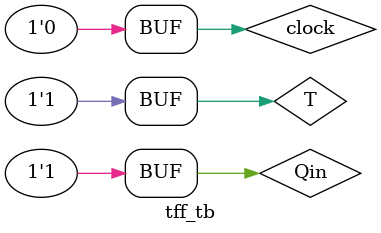
<source format=v>
module tff(input wire clock,
input wire T,
input wire Qin,
output reg Qout,
output reg Qoutbar);

always @ (posedge clock)
begin
if (!T)
begin
Qout = Qin;
Qoutbar = (!Qin);
end
else
begin
Qout = (!Qin);
Qoutbar = Qin;
end
end
endmodule

module tff_tb;
wire Qout, Qoutbar;
reg T, Qin, clock;
tff m(clock,T,Qin,Qout,Qoutbar);


initial
begin
	$monitor("T=%b, Qin=%b, Qout=%b, Qoutbar=%b\n",T,Qin,Qout,Qoutbar);
	clock=0;
	clock=1;
	T = 1'b0;
	Qin = 1'b0;
	clock=0;
	
	#5
	clock=1;
	T = 1'b0;
	Qin = 1'b1;
	clock=0;
	
	#5
	clock=1;
	T = 1'b1;
	Qin = 1'b0;
	clock=0;
	
	#5
	clock=1;
	T = 1'b1;
	Qin = 1'b1;
	clock=0;
	
end
endmodule
</source>
